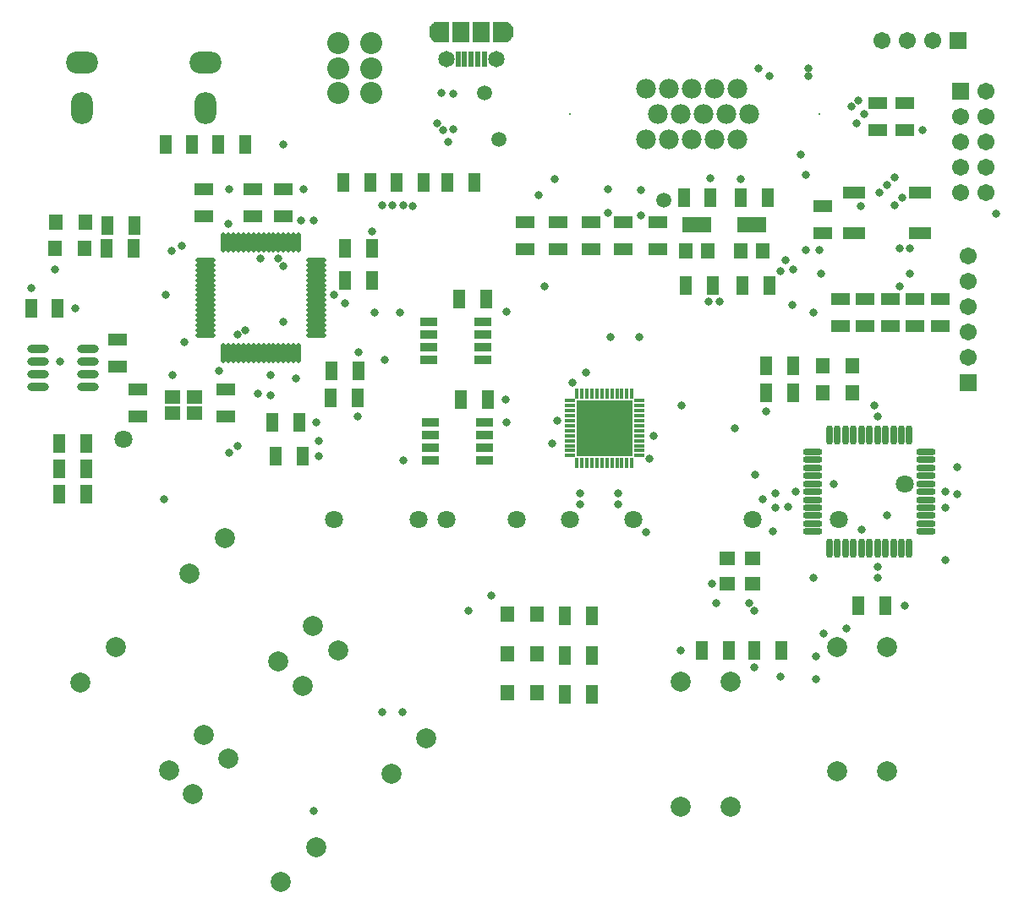
<source format=gts>
G04*
G04 #@! TF.GenerationSoftware,Altium Limited,Altium Designer,18.1.7 (191)*
G04*
G04 Layer_Color=8388736*
%FSLAX44Y44*%
%MOMM*%
G71*
G01*
G75*
%ADD18C,0.5000*%
%ADD38R,1.3032X1.9032*%
%ADD39R,1.9032X1.3032*%
%ADD40O,1.9532X0.7532*%
%ADD41O,0.7532X1.9532*%
%ADD42O,2.0032X0.5032*%
%ADD43O,0.5032X2.0032*%
%ADD44R,2.2032X1.2032*%
%ADD45O,2.2032X0.8032*%
%ADD46R,1.5017X1.4017*%
%ADD47R,1.7032X2.1032*%
%ADD48R,0.6032X1.5532*%
%ADD49R,1.4032X1.6032*%
%ADD50R,5.6032X5.6032*%
%ADD51R,0.4232X1.0132*%
%ADD52R,1.0132X0.4232*%
%ADD53R,1.7282X0.8532*%
%ADD54R,3.0032X1.6032*%
%ADD55R,1.6032X1.4032*%
%ADD56C,1.7272*%
%ADD57C,1.8032*%
%ADD58C,0.2032*%
%ADD59C,1.9812*%
%ADD60C,2.2032*%
%ADD61C,2.0032*%
%ADD62C,1.7032*%
%ADD63R,1.7032X1.7032*%
%ADD64C,1.6532*%
%ADD65O,2.2032X3.2032*%
%ADD66O,3.2032X2.2032*%
%ADD67R,1.7032X1.7032*%
%ADD68C,0.8032*%
%ADD69C,1.5032*%
G36*
X436873Y910470D02*
X437004Y910443D01*
X437130Y910401D01*
X437249Y910342D01*
X437360Y910268D01*
X437460Y910180D01*
X437548Y910080D01*
X437622Y909969D01*
X437681Y909850D01*
X437724Y909724D01*
X437749Y909593D01*
X437758Y909460D01*
Y890460D01*
X437749Y890327D01*
X437724Y890197D01*
X437681Y890070D01*
X437622Y889951D01*
X437548Y889840D01*
X437460Y889740D01*
X437360Y889652D01*
X437249Y889578D01*
X437130Y889519D01*
X437004Y889476D01*
X436873Y889451D01*
X436740Y889442D01*
X423740D01*
X423607Y889451D01*
X423476Y889476D01*
X423350Y889519D01*
X423231Y889578D01*
X423120Y889652D01*
X423020Y889740D01*
X422932Y889840D01*
X422858Y889951D01*
X422799Y890070D01*
X422757Y890197D01*
X422730Y890327D01*
X422722Y890460D01*
Y894442D01*
X418740D01*
X418607Y894450D01*
X418477Y894476D01*
X418350Y894519D01*
X418292Y894548D01*
X418231Y894578D01*
X418120Y894652D01*
X418020Y894740D01*
Y894740D01*
X418020D01*
X417932Y894840D01*
X417858Y894951D01*
X417829Y895011D01*
X417799Y895070D01*
X417757Y895196D01*
X417731Y895327D01*
X417722Y895460D01*
X417722Y904460D01*
D01*
Y904460D01*
X417730Y904593D01*
X417757Y904724D01*
X417799Y904850D01*
X417828Y904909D01*
X417858Y904969D01*
X417932Y905080D01*
X418020Y905180D01*
X418020D01*
Y905180D01*
X418120Y905268D01*
X418231Y905342D01*
X418291Y905372D01*
X418350Y905401D01*
X418476Y905443D01*
X418607Y905470D01*
X418740Y905478D01*
D01*
X418740D01*
X422722D01*
Y909460D01*
X422730Y909593D01*
X422757Y909724D01*
X422799Y909850D01*
X422858Y909969D01*
X422932Y910080D01*
X423020Y910180D01*
X423120Y910268D01*
X423231Y910342D01*
X423350Y910401D01*
X423476Y910443D01*
X423607Y910470D01*
X423740Y910478D01*
X436740D01*
X436873Y910470D01*
D02*
G37*
G36*
X495873D02*
X496003Y910443D01*
X496130Y910401D01*
X496249Y910342D01*
X496360Y910268D01*
X496460Y910180D01*
X496548Y910080D01*
X496622Y909969D01*
X496681Y909850D01*
X496724Y909724D01*
X496749Y909593D01*
X496758Y909460D01*
Y905479D01*
X500740D01*
X500873Y905470D01*
X501003Y905444D01*
X501129Y905401D01*
X501188Y905372D01*
X501249Y905342D01*
X501360Y905268D01*
X501460Y905180D01*
Y905180D01*
X501460D01*
X501548Y905080D01*
X501622Y904969D01*
X501651Y904909D01*
X501680Y904850D01*
X501723Y904724D01*
X501749Y904593D01*
X501758Y904460D01*
X501758Y895460D01*
D01*
Y895460D01*
X501749Y895327D01*
X501724Y895197D01*
X501681Y895070D01*
X501652Y895012D01*
X501622Y894951D01*
X501548Y894840D01*
X501460Y894740D01*
X501460D01*
Y894740D01*
X501360Y894652D01*
X501249Y894578D01*
X501189Y894548D01*
X501130Y894519D01*
X501003Y894476D01*
X500873Y894451D01*
X500740Y894442D01*
D01*
X500740D01*
X496758D01*
Y890460D01*
X496749Y890327D01*
X496724Y890197D01*
X496681Y890070D01*
X496622Y889951D01*
X496548Y889840D01*
X496460Y889740D01*
X496360Y889652D01*
X496249Y889578D01*
X496130Y889519D01*
X496003Y889476D01*
X495873Y889451D01*
X495740Y889442D01*
X482740D01*
X482607Y889451D01*
X482477Y889476D01*
X482350Y889519D01*
X482231Y889578D01*
X482120Y889652D01*
X482020Y889740D01*
X481932Y889840D01*
X481858Y889951D01*
X481799Y890070D01*
X481757Y890197D01*
X481730Y890327D01*
X481722Y890460D01*
Y909460D01*
X481730Y909593D01*
X481757Y909724D01*
X481799Y909850D01*
X481858Y909969D01*
X481932Y910080D01*
X482020Y910180D01*
X482120Y910268D01*
X482231Y910342D01*
X482350Y910401D01*
X482477Y910443D01*
X482607Y910470D01*
X482740Y910478D01*
X495740D01*
X495873Y910470D01*
D02*
G37*
D18*
X498240Y895460D02*
X497319Y897399D01*
X495234Y897908D01*
X493522Y896613D01*
X493463Y894428D01*
X495146Y893031D01*
X497284Y893493D01*
X498240Y895460D01*
X426240Y895460D02*
X425014Y897611D01*
X426238Y895350D02*
X426240Y895460D01*
X425014Y897611D02*
X424740Y897751D01*
Y893169D02*
X426238Y895350D01*
X424740Y897751D02*
X422371Y897552D01*
X421240Y895460D01*
X422371Y893368D01*
X424740Y893169D01*
X426240Y904460D02*
X425421Y906310D01*
X422877Y906806D01*
X421260Y904780D01*
X422309Y902410D01*
X424896Y902243D01*
X426240Y904460D01*
X498240Y904460D02*
X496752Y906746D01*
X494059Y906310D01*
X493272Y904060D01*
X494728Y902174D01*
X497104Y902365D01*
X498240Y904460D01*
D38*
X756494Y733900D02*
D03*
X729494D02*
D03*
X264160Y474980D02*
D03*
X291160D02*
D03*
X260820Y509025D02*
D03*
X287820D02*
D03*
X95330Y706220D02*
D03*
X122330D02*
D03*
X770135Y280200D02*
D03*
X743135D02*
D03*
X718108Y280200D02*
D03*
X691108D02*
D03*
X45960Y623000D02*
D03*
X18960D02*
D03*
X206750Y787400D02*
D03*
X233751D02*
D03*
X874560Y325120D02*
D03*
X847560D02*
D03*
X319710Y560188D02*
D03*
X346710D02*
D03*
X94830Y683220D02*
D03*
X121830D02*
D03*
X346240Y533400D02*
D03*
X319240D02*
D03*
X74460Y487700D02*
D03*
X47460D02*
D03*
X74460Y462300D02*
D03*
X47460D02*
D03*
X74460Y436900D02*
D03*
X47460D02*
D03*
X782120Y565301D02*
D03*
X755120D02*
D03*
X153595Y787000D02*
D03*
X180595D02*
D03*
X782120Y538302D02*
D03*
X755120D02*
D03*
X580389Y314846D02*
D03*
X553389D02*
D03*
X553389Y275434D02*
D03*
X580389D02*
D03*
X699545Y733900D02*
D03*
X672545D02*
D03*
X476231Y531490D02*
D03*
X449231D02*
D03*
X474609Y632248D02*
D03*
X447609D02*
D03*
X674995Y645757D02*
D03*
X701995D02*
D03*
X731810Y645757D02*
D03*
X758811D02*
D03*
X580389Y236020D02*
D03*
X553389D02*
D03*
X463080Y748928D02*
D03*
X436080D02*
D03*
X411929D02*
D03*
X384929D02*
D03*
X358530Y748928D02*
D03*
X331530D02*
D03*
X360210Y683301D02*
D03*
X333210D02*
D03*
X333210Y651329D02*
D03*
X360210D02*
D03*
D39*
X646900Y682460D02*
D03*
Y709460D02*
D03*
X192450Y715480D02*
D03*
Y742480D02*
D03*
X271780Y715480D02*
D03*
Y742480D02*
D03*
X241300Y715480D02*
D03*
Y742480D02*
D03*
X105410Y591850D02*
D03*
Y564850D02*
D03*
X811470Y698820D02*
D03*
Y725820D02*
D03*
X612140Y709460D02*
D03*
Y682460D02*
D03*
X580225Y709460D02*
D03*
Y682460D02*
D03*
X546887Y709460D02*
D03*
Y682460D02*
D03*
X513550Y709460D02*
D03*
Y682460D02*
D03*
X894080Y801840D02*
D03*
Y828840D02*
D03*
X867091Y801700D02*
D03*
Y828700D02*
D03*
X829300Y632200D02*
D03*
Y605200D02*
D03*
X854300Y632200D02*
D03*
Y605200D02*
D03*
X879300Y632200D02*
D03*
Y605200D02*
D03*
X904299Y632200D02*
D03*
Y605200D02*
D03*
X929300Y632200D02*
D03*
Y605200D02*
D03*
X214310Y514688D02*
D03*
Y541689D02*
D03*
X125810Y514563D02*
D03*
Y541563D02*
D03*
D40*
X915020Y479288D02*
D03*
Y471288D02*
D03*
Y447289D02*
D03*
Y439289D02*
D03*
Y463288D02*
D03*
Y455289D02*
D03*
Y431289D02*
D03*
Y407289D02*
D03*
Y399289D02*
D03*
Y423289D02*
D03*
Y415289D02*
D03*
X802020Y479288D02*
D03*
Y471288D02*
D03*
Y463288D02*
D03*
Y439289D02*
D03*
Y431289D02*
D03*
Y455289D02*
D03*
Y447289D02*
D03*
Y423289D02*
D03*
Y407289D02*
D03*
Y399289D02*
D03*
Y415289D02*
D03*
D41*
X890520Y495789D02*
D03*
X898520D02*
D03*
X874520D02*
D03*
X882520D02*
D03*
X858520D02*
D03*
X866520D02*
D03*
X842520D02*
D03*
X850520D02*
D03*
X866520Y382789D02*
D03*
X874520D02*
D03*
X850520D02*
D03*
X858520D02*
D03*
X890520D02*
D03*
X898520D02*
D03*
X882520D02*
D03*
X826520Y495789D02*
D03*
X834520D02*
D03*
X818520D02*
D03*
Y382789D02*
D03*
X826520D02*
D03*
X834520D02*
D03*
X842520D02*
D03*
D42*
X193860Y596328D02*
D03*
Y601329D02*
D03*
Y606328D02*
D03*
Y611329D02*
D03*
Y616328D02*
D03*
Y621329D02*
D03*
Y626328D02*
D03*
Y631329D02*
D03*
Y636328D02*
D03*
Y641329D02*
D03*
Y646328D02*
D03*
Y651329D02*
D03*
Y656328D02*
D03*
Y661329D02*
D03*
Y666328D02*
D03*
Y671329D02*
D03*
X304860D02*
D03*
Y666328D02*
D03*
Y661329D02*
D03*
Y656328D02*
D03*
Y651329D02*
D03*
Y646328D02*
D03*
Y641329D02*
D03*
Y636328D02*
D03*
Y631329D02*
D03*
Y626328D02*
D03*
Y621329D02*
D03*
Y616328D02*
D03*
Y611329D02*
D03*
Y606328D02*
D03*
Y601329D02*
D03*
Y596328D02*
D03*
D43*
X211860Y689329D02*
D03*
X216860D02*
D03*
X221860D02*
D03*
X226860D02*
D03*
X231860D02*
D03*
X236860D02*
D03*
X241860D02*
D03*
X246860D02*
D03*
X251860D02*
D03*
X256860D02*
D03*
X261860D02*
D03*
X266860D02*
D03*
X271860D02*
D03*
X276860D02*
D03*
X281860D02*
D03*
X286860D02*
D03*
Y578328D02*
D03*
X281860D02*
D03*
X276860D02*
D03*
X271860D02*
D03*
X266860D02*
D03*
X261860D02*
D03*
X256860D02*
D03*
X251860D02*
D03*
X246860D02*
D03*
X241860D02*
D03*
X236860D02*
D03*
X231860D02*
D03*
X226860D02*
D03*
X221860D02*
D03*
X216860D02*
D03*
X211860D02*
D03*
D44*
X909300Y738820D02*
D03*
Y698820D02*
D03*
X843300D02*
D03*
Y738820D02*
D03*
D45*
X75960Y543950D02*
D03*
Y556650D02*
D03*
Y569350D02*
D03*
Y582050D02*
D03*
X25960Y543950D02*
D03*
Y556650D02*
D03*
Y569350D02*
D03*
Y582050D02*
D03*
D46*
X741480Y346780D02*
D03*
X716480D02*
D03*
X741480Y372280D02*
D03*
X716480D02*
D03*
D47*
X469740Y899960D02*
D03*
X449740D02*
D03*
D48*
X472740Y872960D02*
D03*
X453240D02*
D03*
X459740D02*
D03*
X446740D02*
D03*
X466240D02*
D03*
D49*
X43830Y709219D02*
D03*
X73830D02*
D03*
X42830Y683219D02*
D03*
X72830D02*
D03*
X841470Y565301D02*
D03*
X811470D02*
D03*
X841470Y538302D02*
D03*
X811470D02*
D03*
X525990Y316277D02*
D03*
X495990D02*
D03*
X525990Y276863D02*
D03*
X495990D02*
D03*
Y237450D02*
D03*
X525990D02*
D03*
X751510Y680750D02*
D03*
X729510D02*
D03*
X697045D02*
D03*
X675045D02*
D03*
D50*
X593180Y502920D02*
D03*
D51*
X620680Y468420D02*
D03*
X615680D02*
D03*
X610680D02*
D03*
X605680D02*
D03*
X600680D02*
D03*
X595680D02*
D03*
X590680D02*
D03*
X585680D02*
D03*
X580680D02*
D03*
X575680D02*
D03*
X570680D02*
D03*
X565680D02*
D03*
Y537420D02*
D03*
X570680D02*
D03*
X575680D02*
D03*
X580680D02*
D03*
X585680D02*
D03*
X590680D02*
D03*
X595680D02*
D03*
X600680D02*
D03*
X605680D02*
D03*
X610680D02*
D03*
X615680D02*
D03*
X620680D02*
D03*
D52*
X558680Y475420D02*
D03*
Y480420D02*
D03*
Y485420D02*
D03*
Y490420D02*
D03*
Y495420D02*
D03*
Y500420D02*
D03*
Y505420D02*
D03*
Y510420D02*
D03*
Y515420D02*
D03*
Y520420D02*
D03*
Y525420D02*
D03*
Y530420D02*
D03*
X627680D02*
D03*
Y525420D02*
D03*
Y520420D02*
D03*
Y515420D02*
D03*
Y510420D02*
D03*
Y505420D02*
D03*
Y500420D02*
D03*
Y495420D02*
D03*
Y490420D02*
D03*
Y485420D02*
D03*
Y480420D02*
D03*
Y475420D02*
D03*
D53*
X418611Y509025D02*
D03*
Y496325D02*
D03*
Y483625D02*
D03*
Y470925D02*
D03*
X472851D02*
D03*
Y483625D02*
D03*
Y496325D02*
D03*
Y509025D02*
D03*
X416989Y609783D02*
D03*
Y597083D02*
D03*
Y584383D02*
D03*
Y571683D02*
D03*
X471229D02*
D03*
Y584383D02*
D03*
Y597083D02*
D03*
Y609783D02*
D03*
D54*
X740510Y706750D02*
D03*
X686045D02*
D03*
D55*
X182810Y518413D02*
D03*
X160810D02*
D03*
Y534413D02*
D03*
X182810D02*
D03*
D56*
X593950Y501170D02*
D03*
D57*
X322580Y411480D02*
D03*
X111760Y492010D02*
D03*
X894080Y447040D02*
D03*
X828040Y411480D02*
D03*
X741680D02*
D03*
X622300D02*
D03*
X505460D02*
D03*
X558800D02*
D03*
X434740D02*
D03*
X406860D02*
D03*
D58*
X808228Y817880D02*
D03*
X558292D02*
D03*
D59*
X703580Y843280D02*
D03*
X726440D02*
D03*
X669290Y817880D02*
D03*
X726440Y792480D02*
D03*
X680720D02*
D03*
Y843280D02*
D03*
X715010Y817880D02*
D03*
X703580Y792480D02*
D03*
X692150Y817880D02*
D03*
X646430D02*
D03*
X737870D02*
D03*
X657860Y843280D02*
D03*
X635000D02*
D03*
X657860Y792480D02*
D03*
X635000D02*
D03*
D60*
X326588Y888600D02*
D03*
Y863600D02*
D03*
X359588Y888600D02*
D03*
Y863600D02*
D03*
X326588Y838600D02*
D03*
X359588D02*
D03*
D61*
X301555Y304555D02*
D03*
X266200Y269200D02*
D03*
X213167Y392944D02*
D03*
X177812Y357588D02*
D03*
X415088Y191812D02*
D03*
X379733Y156456D02*
D03*
X326700Y280200D02*
D03*
X291345Y244845D02*
D03*
X304700Y83200D02*
D03*
X269345Y47845D02*
D03*
X216311Y171588D02*
D03*
X180956Y136233D02*
D03*
X192450Y195200D02*
D03*
X157094Y159845D02*
D03*
X104062Y283589D02*
D03*
X68706Y248233D02*
D03*
X719200Y248533D02*
D03*
Y123533D02*
D03*
X669200D02*
D03*
Y248533D02*
D03*
X876500Y283828D02*
D03*
Y158828D02*
D03*
X826500D02*
D03*
Y283828D02*
D03*
D62*
X975360Y739140D02*
D03*
Y789940D02*
D03*
Y764540D02*
D03*
X949960Y739140D02*
D03*
Y789940D02*
D03*
Y764540D02*
D03*
X975360Y815340D02*
D03*
Y840740D02*
D03*
X949960Y815340D02*
D03*
X957580Y574040D02*
D03*
Y599440D02*
D03*
Y624840D02*
D03*
Y650240D02*
D03*
Y675640D02*
D03*
X922020Y891140D02*
D03*
X896620D02*
D03*
X871220D02*
D03*
D63*
X949960Y840740D02*
D03*
X957580Y548640D02*
D03*
D64*
X484740Y872960D02*
D03*
X434740D02*
D03*
D65*
X193439Y824090D02*
D03*
X70439Y824090D02*
D03*
D66*
X193439Y869050D02*
D03*
X70439Y869050D02*
D03*
D67*
X947420Y891140D02*
D03*
D68*
X891540Y734060D02*
D03*
X883920Y726440D02*
D03*
X723900Y502920D02*
D03*
X599440Y594360D02*
D03*
X627680D02*
D03*
X495153Y619613D02*
D03*
X574995Y485140D02*
D03*
X609600D02*
D03*
Y520700D02*
D03*
X574995D02*
D03*
X607060Y437965D02*
D03*
Y426720D02*
D03*
X764540Y437965D02*
D03*
X744220Y456277D02*
D03*
X866948Y353060D02*
D03*
X802640D02*
D03*
X737870Y327660D02*
D03*
X704884D02*
D03*
X876500Y415630D02*
D03*
X808228Y681359D02*
D03*
X795020Y756920D02*
D03*
Y681640D02*
D03*
X850520Y401320D02*
D03*
X899160Y657860D02*
D03*
Y683219D02*
D03*
X883920Y754380D02*
D03*
X853440Y817880D02*
D03*
X845820Y808723D02*
D03*
X847560Y831380D02*
D03*
X797560Y863600D02*
D03*
X747845D02*
D03*
X436880Y789940D02*
D03*
X401320Y725820D02*
D03*
X889000Y645160D02*
D03*
Y683260D02*
D03*
X876300Y746760D02*
D03*
X789940Y777240D02*
D03*
X840740Y825500D02*
D03*
X797560Y855980D02*
D03*
X758811D02*
D03*
X431800Y802032D02*
D03*
X425439Y808723D02*
D03*
X391523Y726440D02*
D03*
X388620Y618960D02*
D03*
X363220D02*
D03*
X381000Y726440D02*
D03*
X769620Y660400D02*
D03*
X781268Y626328D02*
D03*
X370840Y726440D02*
D03*
X774700Y671570D02*
D03*
X810260Y657860D02*
D03*
X764540Y423289D02*
D03*
X777240Y424180D02*
D03*
X751840Y431629D02*
D03*
X217480Y478480D02*
D03*
X226060Y485140D02*
D03*
X302260Y711200D02*
D03*
X430240Y838600D02*
D03*
X441960Y838200D02*
D03*
X934720Y370840D02*
D03*
Y423289D02*
D03*
X835660Y302260D02*
D03*
X370840Y218440D02*
D03*
X391160D02*
D03*
X769620Y254000D02*
D03*
X812800Y297180D02*
D03*
X805180Y251460D02*
D03*
Y274320D02*
D03*
X457200Y320040D02*
D03*
X743135D02*
D03*
X762000Y399289D02*
D03*
X541020Y487700D02*
D03*
X152400Y431800D02*
D03*
X306900Y474980D02*
D03*
X304700Y509025D02*
D03*
X307340Y490220D02*
D03*
X259080Y535940D02*
D03*
X333210Y627850D02*
D03*
X271780Y609783D02*
D03*
X259080Y556260D02*
D03*
X360210Y700418D02*
D03*
X322580Y636328D02*
D03*
X248920Y672760D02*
D03*
X266360D02*
D03*
X292100Y742320D02*
D03*
X217660Y742480D02*
D03*
X233751Y601329D02*
D03*
X226060Y597083D02*
D03*
X271860Y665480D02*
D03*
X822711Y447289D02*
D03*
X784889Y439289D02*
D03*
X638489Y472440D02*
D03*
X782320Y661678D02*
D03*
X802640Y618960D02*
D03*
X850281Y725820D02*
D03*
X669200Y280200D02*
D03*
X743135Y263075D02*
D03*
X495385Y509025D02*
D03*
X494740Y531490D02*
D03*
X946670Y437063D02*
D03*
X561340Y548640D02*
D03*
X911720Y801840D02*
D03*
X946620Y464020D02*
D03*
X574995Y558800D02*
D03*
X271860Y787400D02*
D03*
X868361Y738820D02*
D03*
X373563Y571683D02*
D03*
X391523Y470925D02*
D03*
X699545Y753335D02*
D03*
X729494Y752821D02*
D03*
X701040Y346780D02*
D03*
X863240Y525420D02*
D03*
X866520Y514688D02*
D03*
X755120Y519534D02*
D03*
X42830Y661678D02*
D03*
X63500Y623000D02*
D03*
X18960Y643800D02*
D03*
X47870Y569350D02*
D03*
X172720Y589280D02*
D03*
X160810Y556260D02*
D03*
X207034Y560188D02*
D03*
X246380Y537420D02*
D03*
X284480Y553150D02*
D03*
X346240Y515033D02*
D03*
X346710Y578650D02*
D03*
X170180Y685800D02*
D03*
X160020Y680720D02*
D03*
X153660Y636328D02*
D03*
X216860Y707860D02*
D03*
X289560Y711200D02*
D03*
X934589Y439289D02*
D03*
X894080Y325120D02*
D03*
X866520Y363600D02*
D03*
X985360Y717916D02*
D03*
X302260Y119380D02*
D03*
X546100Y510420D02*
D03*
X568960Y437965D02*
D03*
Y426720D02*
D03*
X642500Y495420D02*
D03*
X670140Y525780D02*
D03*
X635000Y398780D02*
D03*
X480130Y335109D02*
D03*
X533413Y645160D02*
D03*
X697370Y629920D02*
D03*
X708660D02*
D03*
X441960Y802640D02*
D03*
X543213Y752821D02*
D03*
X526992Y736600D02*
D03*
X629920Y716280D02*
D03*
Y741680D02*
D03*
X596900Y718820D02*
D03*
Y742480D02*
D03*
D69*
X472740Y839310D02*
D03*
X487680Y792480D02*
D03*
X652780Y731520D02*
D03*
M02*

</source>
